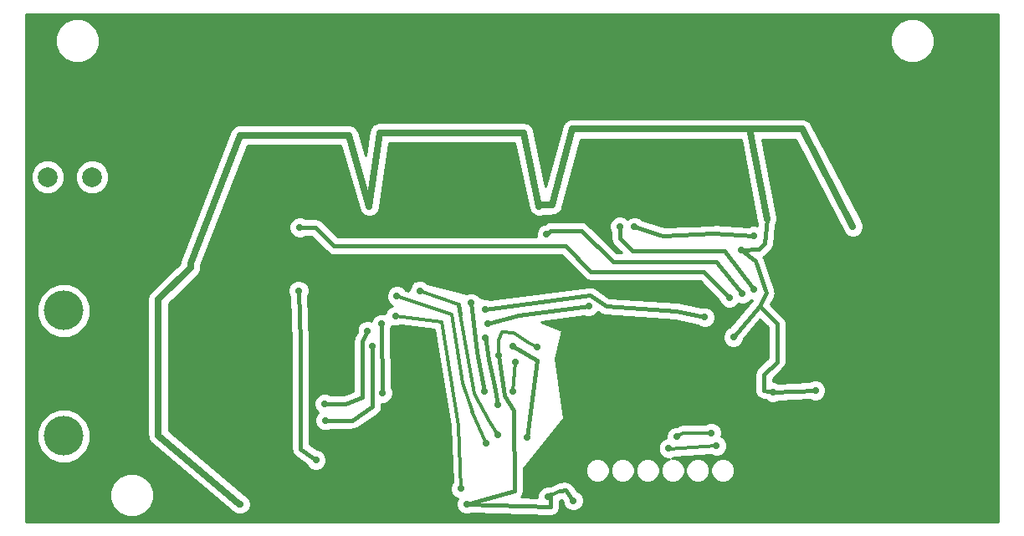
<source format=gbl>
G04 (created by PCBNEW (2013-07-07 BZR 4022)-stable) date 8/5/2014 5:00:46 PM*
%MOIN*%
G04 Gerber Fmt 3.4, Leading zero omitted, Abs format*
%FSLAX34Y34*%
G01*
G70*
G90*
G04 APERTURE LIST*
%ADD10C,0.00590551*%
%ADD11C,0.0787*%
%ADD12C,0.023622*%
%ADD13R,0.0984X0.0984*%
%ADD14C,0.15748*%
%ADD15C,0.0275591*%
%ADD16C,0.0137795*%
%ADD17C,0.015748*%
%ADD18C,0.00984252*%
%ADD19C,0.0275591*%
%ADD20C,0.019685*%
%ADD21C,0.011811*%
%ADD22C,0.01*%
G04 APERTURE END LIST*
G54D10*
G54D11*
X36811Y-28070D03*
X35039Y-28070D03*
G54D12*
X50003Y-35208D03*
X49703Y-34908D03*
X49703Y-35508D03*
X50303Y-34908D03*
X50303Y-35508D03*
G54D13*
X50003Y-35208D03*
G54D14*
X35681Y-38389D03*
X35681Y-33389D03*
G54D15*
X55984Y-40964D03*
X63937Y-36653D03*
X54527Y-34842D03*
X65629Y-36574D03*
X67125Y-30039D03*
X42677Y-41102D03*
X54685Y-29173D03*
X47854Y-29232D03*
X40728Y-31673D03*
X53011Y-35177D03*
X51732Y-41102D03*
X54980Y-40807D03*
X62362Y-34448D03*
X62677Y-30984D03*
X48334Y-33925D03*
X48385Y-36673D03*
X52480Y-33346D03*
X61220Y-33661D03*
X52578Y-33917D03*
X56594Y-33228D03*
X52440Y-36614D03*
X51909Y-33090D03*
X53562Y-34822D03*
X54133Y-38444D03*
X59133Y-41259D03*
X53267Y-32519D03*
X62933Y-36692D03*
X60393Y-32322D03*
X63070Y-34527D03*
X65078Y-41003D03*
X65354Y-35826D03*
X65275Y-30275D03*
X52677Y-29665D03*
X46889Y-29901D03*
X58326Y-38011D03*
X59734Y-28887D03*
X51968Y-41732D03*
X50196Y-40413D03*
X46082Y-33700D03*
X44901Y-39448D03*
X39133Y-31850D03*
X48228Y-31850D03*
X46889Y-36141D03*
X52992Y-37145D03*
X52460Y-34468D03*
X51515Y-40492D03*
X48897Y-33602D03*
X53582Y-36614D03*
X53681Y-35433D03*
X52519Y-38681D03*
X48956Y-32814D03*
X45728Y-39350D03*
X45039Y-32598D03*
X52992Y-38346D03*
X49881Y-32598D03*
X57834Y-30039D03*
X63188Y-32559D03*
X54921Y-30354D03*
X62716Y-32716D03*
X45078Y-30078D03*
X62204Y-32874D03*
X60098Y-38425D03*
X61476Y-38267D03*
X61692Y-38779D03*
X59783Y-38877D03*
X63169Y-30413D03*
X58425Y-30059D03*
X47783Y-34196D03*
X46074Y-37110D03*
X47984Y-34826D03*
X46114Y-37771D03*
G54D16*
X55472Y-40570D02*
X54980Y-40807D01*
G54D17*
X55669Y-40551D02*
X55472Y-40570D01*
X55984Y-40964D02*
X55669Y-40551D01*
G54D16*
X53011Y-35177D02*
X53011Y-34586D01*
X54212Y-34665D02*
X54527Y-34842D01*
X53897Y-34468D02*
X54212Y-34665D01*
X53602Y-34271D02*
X53897Y-34468D01*
X53149Y-34251D02*
X53602Y-34271D01*
X53011Y-34586D02*
X53149Y-34251D01*
G54D17*
X63582Y-36574D02*
X63582Y-35944D01*
G54D18*
X63396Y-33200D02*
X63396Y-33200D01*
G54D17*
X64094Y-33897D02*
X63396Y-33200D01*
X64094Y-35433D02*
X64094Y-33897D01*
X63582Y-35944D02*
X64094Y-35433D01*
X63582Y-36574D02*
X63937Y-36653D01*
X63937Y-36653D02*
X65629Y-36574D01*
G54D19*
X65098Y-26161D02*
X63011Y-26161D01*
X67125Y-30039D02*
X65098Y-26161D01*
G54D17*
X62677Y-30984D02*
X63385Y-30944D01*
X63385Y-30944D02*
X63602Y-30728D01*
G54D19*
X55137Y-29173D02*
X54685Y-29173D01*
G54D17*
X63700Y-29744D02*
X63602Y-30728D01*
G54D19*
X63011Y-26161D02*
X63700Y-29744D01*
X55944Y-26161D02*
X63011Y-26161D01*
X55137Y-29173D02*
X55944Y-26161D01*
G54D17*
X54980Y-40807D02*
X55078Y-40728D01*
X55078Y-40728D02*
X55078Y-41220D01*
X55078Y-41220D02*
X51732Y-41102D01*
G54D19*
X42716Y-41102D02*
X42677Y-41102D01*
X47854Y-29232D02*
X48267Y-26299D01*
X54625Y-29232D02*
X54685Y-29173D01*
X53996Y-26299D02*
X54625Y-29232D01*
X48267Y-26299D02*
X53996Y-26299D01*
X40728Y-31673D02*
X40728Y-31496D01*
X42716Y-26397D02*
X47027Y-26397D01*
X47027Y-26397D02*
X47854Y-29232D01*
X40728Y-31496D02*
X42716Y-26397D01*
X39448Y-38366D02*
X42677Y-41102D01*
X39448Y-32952D02*
X39448Y-38366D01*
X40728Y-31673D02*
X39448Y-32952D01*
G54D17*
X53641Y-40570D02*
X51732Y-41102D01*
X53601Y-37381D02*
X53641Y-40570D01*
X53228Y-36771D02*
X53601Y-37381D01*
X53110Y-35885D02*
X53228Y-36771D01*
X53011Y-35177D02*
X53110Y-35885D01*
X63396Y-33200D02*
X62362Y-34448D01*
X62677Y-30984D02*
X63228Y-31417D01*
X63672Y-32666D02*
X63396Y-33200D01*
X63672Y-32666D02*
X63228Y-31417D01*
X48334Y-33925D02*
X48385Y-36673D01*
X61220Y-33661D02*
X60078Y-33405D01*
X60078Y-33405D02*
X57303Y-33228D01*
X57303Y-33228D02*
X56653Y-32795D01*
X56653Y-32795D02*
X52480Y-33346D01*
X53818Y-33582D02*
X56594Y-33228D01*
X52578Y-33917D02*
X53818Y-33582D01*
X52440Y-36614D02*
X52129Y-35043D01*
X52129Y-35043D02*
X51909Y-33090D01*
X54133Y-38444D02*
X54527Y-35393D01*
X54527Y-35393D02*
X53562Y-34822D01*
G54D18*
X53267Y-32519D02*
X53267Y-32539D01*
G54D17*
X52657Y-29685D02*
X52677Y-29665D01*
X47106Y-29685D02*
X52657Y-29685D01*
X46889Y-29901D02*
X47106Y-29685D01*
G54D18*
X58326Y-38011D02*
X58326Y-38001D01*
G54D19*
X51968Y-41712D02*
X51968Y-41732D01*
G54D20*
X48228Y-31850D02*
X48228Y-31811D01*
G54D19*
X46889Y-36141D02*
X46889Y-36153D01*
G54D17*
X52460Y-34468D02*
X52464Y-34423D01*
X52464Y-34423D02*
X52598Y-35334D01*
X52598Y-35334D02*
X52854Y-36377D01*
X52854Y-36377D02*
X52992Y-37145D01*
G54D21*
X51515Y-40492D02*
X51421Y-37964D01*
X51421Y-37964D02*
X50748Y-33838D01*
X50748Y-33838D02*
X48897Y-33602D01*
X53582Y-36614D02*
X53681Y-35433D01*
X52519Y-38681D02*
X51948Y-37421D01*
X51968Y-37440D02*
X51562Y-36283D01*
X51141Y-33562D02*
X48956Y-32814D01*
X51562Y-36283D02*
X51141Y-33562D01*
G54D18*
X45728Y-39350D02*
X45685Y-39307D01*
G54D17*
X45122Y-38917D02*
X45122Y-34657D01*
X45685Y-39307D02*
X45122Y-38917D01*
X45122Y-34657D02*
X45039Y-32598D01*
G54D21*
X52992Y-38346D02*
X52637Y-37814D01*
X52637Y-37814D02*
X52043Y-36696D01*
X52043Y-36696D02*
X51484Y-33551D01*
X51419Y-33162D02*
X49881Y-32598D01*
G54D17*
X51484Y-33551D02*
X51419Y-33162D01*
X57834Y-30511D02*
X57834Y-30039D01*
X58346Y-31023D02*
X57834Y-30511D01*
X62007Y-31023D02*
X58346Y-31023D01*
X63188Y-32559D02*
X62007Y-31023D01*
X55078Y-30196D02*
X54921Y-30354D01*
X56299Y-30196D02*
X55078Y-30196D01*
X57559Y-31456D02*
X56299Y-30196D01*
X61692Y-31456D02*
X57559Y-31456D01*
X62716Y-32716D02*
X61692Y-31456D01*
X45708Y-30078D02*
X45078Y-30078D01*
X46456Y-30826D02*
X45708Y-30078D01*
X55669Y-30826D02*
X46456Y-30826D01*
X56692Y-31850D02*
X55669Y-30826D01*
X61181Y-31850D02*
X56692Y-31850D01*
X62204Y-32874D02*
X61181Y-31850D01*
G54D16*
X60098Y-38425D02*
X60334Y-38267D01*
X60334Y-38267D02*
X61476Y-38267D01*
X59803Y-38897D02*
X61692Y-38779D01*
G54D18*
X59783Y-38877D02*
X59803Y-38897D01*
G54D17*
X58425Y-30059D02*
X59547Y-30406D01*
X61555Y-30327D02*
X63169Y-30413D01*
X59547Y-30406D02*
X61555Y-30327D01*
G54D18*
X58425Y-30059D02*
X58425Y-30039D01*
G54D17*
X46905Y-37110D02*
X46074Y-37110D01*
X47586Y-36850D02*
X46905Y-37110D01*
X47586Y-34598D02*
X47586Y-36850D01*
X47783Y-34196D02*
X47586Y-34598D01*
X47173Y-37771D02*
X46114Y-37771D01*
X47988Y-37228D02*
X47173Y-37771D01*
X47968Y-34842D02*
X47988Y-37228D01*
G54D18*
X47984Y-34826D02*
X47968Y-34842D01*
G54D10*
G36*
X72922Y-41820D02*
X70365Y-41820D01*
X70365Y-22464D01*
X70231Y-22141D01*
X69985Y-21894D01*
X69663Y-21761D01*
X69314Y-21760D01*
X68992Y-21894D01*
X68745Y-22140D01*
X68611Y-22462D01*
X68611Y-22811D01*
X68744Y-23133D01*
X68990Y-23380D01*
X69313Y-23514D01*
X69661Y-23514D01*
X69984Y-23381D01*
X70231Y-23135D01*
X70364Y-22812D01*
X70365Y-22464D01*
X70365Y-41820D01*
X67550Y-41820D01*
X67550Y-29955D01*
X67485Y-29799D01*
X67471Y-29785D01*
X65474Y-25964D01*
X65433Y-25914D01*
X65398Y-25861D01*
X65382Y-25850D01*
X65370Y-25836D01*
X65314Y-25805D01*
X65260Y-25769D01*
X65241Y-25765D01*
X65225Y-25756D01*
X65161Y-25749D01*
X65098Y-25737D01*
X63011Y-25737D01*
X55944Y-25737D01*
X55917Y-25742D01*
X55889Y-25741D01*
X55836Y-25758D01*
X55782Y-25769D01*
X55759Y-25785D01*
X55732Y-25794D01*
X55690Y-25831D01*
X55645Y-25861D01*
X55629Y-25884D01*
X55608Y-25903D01*
X55583Y-25953D01*
X55553Y-25999D01*
X55547Y-26026D01*
X55535Y-26051D01*
X54891Y-28453D01*
X54410Y-26210D01*
X54395Y-26174D01*
X54387Y-26136D01*
X54362Y-26099D01*
X54345Y-26058D01*
X54317Y-26031D01*
X54295Y-25999D01*
X54258Y-25974D01*
X54226Y-25943D01*
X54190Y-25928D01*
X54158Y-25907D01*
X54114Y-25898D01*
X54072Y-25882D01*
X54033Y-25882D01*
X53996Y-25875D01*
X48267Y-25875D01*
X48216Y-25885D01*
X48160Y-25888D01*
X48132Y-25902D01*
X48105Y-25907D01*
X48064Y-25934D01*
X48011Y-25960D01*
X47989Y-25984D01*
X47967Y-25999D01*
X47941Y-26038D01*
X47901Y-26083D01*
X47890Y-26115D01*
X47875Y-26136D01*
X47867Y-26181D01*
X47846Y-26240D01*
X47709Y-27218D01*
X47434Y-26278D01*
X47423Y-26258D01*
X47419Y-26235D01*
X47385Y-26185D01*
X47358Y-26131D01*
X47340Y-26117D01*
X47327Y-26097D01*
X47277Y-26064D01*
X47231Y-26025D01*
X47209Y-26018D01*
X47189Y-26005D01*
X47130Y-25994D01*
X47073Y-25976D01*
X47050Y-25978D01*
X47027Y-25973D01*
X42716Y-25973D01*
X42712Y-25974D01*
X42707Y-25973D01*
X42621Y-25992D01*
X42554Y-26005D01*
X42550Y-26008D01*
X42545Y-26009D01*
X42469Y-26062D01*
X42416Y-26097D01*
X42414Y-26100D01*
X42410Y-26104D01*
X42358Y-26184D01*
X42324Y-26235D01*
X42324Y-26238D01*
X42321Y-26243D01*
X40333Y-31342D01*
X40319Y-31419D01*
X40304Y-31496D01*
X40304Y-31497D01*
X39148Y-32652D01*
X39057Y-32790D01*
X39024Y-32952D01*
X39024Y-38366D01*
X39028Y-38383D01*
X39026Y-38400D01*
X39044Y-38464D01*
X39057Y-38528D01*
X39066Y-38543D01*
X39071Y-38559D01*
X39112Y-38611D01*
X39148Y-38665D01*
X39163Y-38675D01*
X39174Y-38689D01*
X42400Y-41424D01*
X42436Y-41461D01*
X42514Y-41494D01*
X42592Y-41526D01*
X42677Y-41526D01*
X42761Y-41526D01*
X42802Y-41509D01*
X42878Y-41494D01*
X43016Y-41402D01*
X43108Y-41264D01*
X43140Y-41102D01*
X43108Y-40940D01*
X43016Y-40802D01*
X42878Y-40710D01*
X42865Y-40708D01*
X39872Y-38169D01*
X39872Y-33128D01*
X41027Y-31973D01*
X41028Y-31973D01*
X41087Y-31913D01*
X41120Y-31835D01*
X41152Y-31757D01*
X41152Y-31673D01*
X41152Y-31589D01*
X41152Y-31589D01*
X41152Y-31575D01*
X43005Y-26821D01*
X46709Y-26821D01*
X47430Y-29285D01*
X47430Y-29316D01*
X47494Y-29472D01*
X47613Y-29591D01*
X47769Y-29656D01*
X47938Y-29656D01*
X48094Y-29591D01*
X48213Y-29472D01*
X48278Y-29316D01*
X48278Y-29262D01*
X48635Y-26723D01*
X53653Y-26723D01*
X54210Y-29321D01*
X54227Y-29361D01*
X54234Y-29394D01*
X54255Y-29426D01*
X54275Y-29473D01*
X54307Y-29503D01*
X54326Y-29532D01*
X54359Y-29554D01*
X54394Y-29588D01*
X54434Y-29604D01*
X54463Y-29624D01*
X54504Y-29632D01*
X54548Y-29649D01*
X54589Y-29648D01*
X54625Y-29656D01*
X54668Y-29647D01*
X54713Y-29647D01*
X54749Y-29631D01*
X54788Y-29624D01*
X54826Y-29598D01*
X54829Y-29597D01*
X55137Y-29597D01*
X55165Y-29591D01*
X55193Y-29593D01*
X55245Y-29575D01*
X55300Y-29564D01*
X55323Y-29549D01*
X55349Y-29540D01*
X55391Y-29503D01*
X55437Y-29473D01*
X55453Y-29449D01*
X55474Y-29431D01*
X55498Y-29381D01*
X55529Y-29335D01*
X55534Y-29308D01*
X55547Y-29282D01*
X56270Y-26585D01*
X62661Y-26585D01*
X63285Y-29824D01*
X63317Y-29904D01*
X63307Y-30011D01*
X63254Y-29989D01*
X63085Y-29989D01*
X62966Y-30038D01*
X61575Y-29962D01*
X61553Y-29966D01*
X61541Y-29964D01*
X59594Y-30039D01*
X58740Y-29774D01*
X58665Y-29699D01*
X58509Y-29635D01*
X58341Y-29634D01*
X58185Y-29699D01*
X58139Y-29744D01*
X58075Y-29680D01*
X57919Y-29615D01*
X57750Y-29615D01*
X57594Y-29679D01*
X57475Y-29798D01*
X57410Y-29954D01*
X57410Y-30123D01*
X57469Y-30266D01*
X57469Y-30511D01*
X57497Y-30651D01*
X57576Y-30769D01*
X57898Y-31091D01*
X57710Y-31091D01*
X56557Y-29938D01*
X56438Y-29859D01*
X56299Y-29831D01*
X55078Y-29831D01*
X54939Y-29859D01*
X54827Y-29934D01*
X54681Y-29994D01*
X54562Y-30113D01*
X54497Y-30269D01*
X54497Y-30438D01*
X54506Y-30461D01*
X46607Y-30461D01*
X45966Y-29820D01*
X45848Y-29741D01*
X45708Y-29713D01*
X45305Y-29713D01*
X45163Y-29654D01*
X44994Y-29654D01*
X44838Y-29719D01*
X44719Y-29838D01*
X44654Y-29994D01*
X44654Y-30162D01*
X44719Y-30318D01*
X44838Y-30437D01*
X44994Y-30502D01*
X45162Y-30502D01*
X45305Y-30443D01*
X45557Y-30443D01*
X46198Y-31084D01*
X46198Y-31084D01*
X46317Y-31163D01*
X46456Y-31191D01*
X46456Y-31191D01*
X55518Y-31191D01*
X56434Y-32108D01*
X56553Y-32187D01*
X56553Y-32187D01*
X56692Y-32215D01*
X61029Y-32215D01*
X61786Y-32971D01*
X61845Y-33113D01*
X61964Y-33233D01*
X62120Y-33297D01*
X62288Y-33298D01*
X62444Y-33233D01*
X62563Y-33114D01*
X62564Y-33112D01*
X62631Y-33140D01*
X62800Y-33140D01*
X62956Y-33076D01*
X63065Y-32967D01*
X63099Y-32980D01*
X63093Y-32992D01*
X62219Y-34049D01*
X62122Y-34089D01*
X62002Y-34208D01*
X61938Y-34364D01*
X61938Y-34532D01*
X62002Y-34688D01*
X62121Y-34808D01*
X62277Y-34872D01*
X62446Y-34872D01*
X62602Y-34808D01*
X62721Y-34689D01*
X62786Y-34533D01*
X62786Y-34508D01*
X63421Y-33740D01*
X63729Y-34048D01*
X63729Y-35281D01*
X63324Y-35686D01*
X63245Y-35805D01*
X63217Y-35944D01*
X63217Y-36574D01*
X63223Y-36606D01*
X63223Y-36638D01*
X63237Y-36675D01*
X63245Y-36714D01*
X63263Y-36741D01*
X63274Y-36770D01*
X63302Y-36799D01*
X63324Y-36832D01*
X63351Y-36850D01*
X63373Y-36873D01*
X63409Y-36889D01*
X63443Y-36911D01*
X63474Y-36918D01*
X63503Y-36931D01*
X63646Y-36962D01*
X63696Y-37012D01*
X63852Y-37077D01*
X64020Y-37077D01*
X64176Y-37013D01*
X64182Y-37007D01*
X65424Y-36948D01*
X65545Y-36998D01*
X65713Y-36998D01*
X65869Y-36934D01*
X65989Y-36815D01*
X66053Y-36659D01*
X66054Y-36490D01*
X65989Y-36334D01*
X65870Y-36215D01*
X65714Y-36150D01*
X65545Y-36150D01*
X65390Y-36215D01*
X65385Y-36219D01*
X64139Y-36278D01*
X64021Y-36229D01*
X63947Y-36229D01*
X63947Y-36096D01*
X64352Y-35691D01*
X64431Y-35572D01*
X64431Y-35572D01*
X64459Y-35433D01*
X64459Y-33897D01*
X64459Y-33897D01*
X64431Y-33757D01*
X64352Y-33639D01*
X64352Y-33639D01*
X63843Y-33130D01*
X63996Y-32833D01*
X63998Y-32828D01*
X64002Y-32822D01*
X64021Y-32746D01*
X64036Y-32696D01*
X64035Y-32691D01*
X64037Y-32684D01*
X64025Y-32605D01*
X64020Y-32555D01*
X64017Y-32550D01*
X64016Y-32543D01*
X63572Y-31294D01*
X63555Y-31266D01*
X63554Y-31265D01*
X63589Y-31239D01*
X63643Y-31202D01*
X63860Y-30986D01*
X63890Y-30942D01*
X63924Y-30900D01*
X63929Y-30883D01*
X63939Y-30868D01*
X63949Y-30815D01*
X63965Y-30764D01*
X64042Y-29991D01*
X64052Y-29981D01*
X64117Y-29829D01*
X64118Y-29663D01*
X63525Y-26585D01*
X64841Y-26585D01*
X66742Y-30220D01*
X66766Y-30279D01*
X66885Y-30398D01*
X67041Y-30463D01*
X67209Y-30463D01*
X67365Y-30399D01*
X67485Y-30279D01*
X67549Y-30124D01*
X67550Y-29955D01*
X67550Y-41820D01*
X62423Y-41820D01*
X62423Y-39668D01*
X62350Y-39490D01*
X62214Y-39354D01*
X62117Y-39313D01*
X62117Y-38695D01*
X62052Y-38539D01*
X61933Y-38420D01*
X61881Y-38398D01*
X61900Y-38352D01*
X61900Y-38183D01*
X61836Y-38027D01*
X61716Y-37908D01*
X61644Y-37878D01*
X61644Y-33577D01*
X61580Y-33421D01*
X61460Y-33302D01*
X61305Y-33237D01*
X61136Y-33237D01*
X61088Y-33257D01*
X60158Y-33049D01*
X60120Y-33048D01*
X60102Y-33043D01*
X57424Y-32870D01*
X56856Y-32491D01*
X56780Y-32460D01*
X56748Y-32444D01*
X56740Y-32443D01*
X56724Y-32437D01*
X56639Y-32437D01*
X56606Y-32435D01*
X56589Y-32437D01*
X56582Y-32437D01*
X56578Y-32438D01*
X52646Y-32956D01*
X52565Y-32922D01*
X52476Y-32922D01*
X52338Y-32865D01*
X52265Y-32846D01*
X52149Y-32731D01*
X51994Y-32666D01*
X51825Y-32666D01*
X51727Y-32706D01*
X50189Y-32306D01*
X50122Y-32239D01*
X49966Y-32174D01*
X49797Y-32174D01*
X49691Y-32218D01*
X49595Y-32211D01*
X49528Y-32352D01*
X49522Y-32357D01*
X49503Y-32403D01*
X49407Y-32604D01*
X49313Y-32572D01*
X49197Y-32455D01*
X49041Y-32391D01*
X48872Y-32390D01*
X48716Y-32455D01*
X48597Y-32574D01*
X48532Y-32730D01*
X48532Y-32898D01*
X48597Y-33054D01*
X48716Y-33174D01*
X48769Y-33196D01*
X48657Y-33242D01*
X48538Y-33361D01*
X48473Y-33517D01*
X48473Y-33523D01*
X48419Y-33501D01*
X48250Y-33501D01*
X48094Y-33565D01*
X47975Y-33684D01*
X47928Y-33797D01*
X47868Y-33772D01*
X47699Y-33772D01*
X47543Y-33837D01*
X47424Y-33956D01*
X47359Y-34112D01*
X47359Y-34232D01*
X47258Y-34437D01*
X47255Y-34449D01*
X47249Y-34458D01*
X47237Y-34517D01*
X47222Y-34575D01*
X47223Y-34587D01*
X47221Y-34598D01*
X47221Y-36598D01*
X46838Y-36745D01*
X46301Y-36745D01*
X46159Y-36686D01*
X45990Y-36686D01*
X45834Y-36750D01*
X45715Y-36869D01*
X45650Y-37025D01*
X45650Y-37194D01*
X45715Y-37350D01*
X45825Y-37460D01*
X45754Y-37531D01*
X45690Y-37686D01*
X45690Y-37855D01*
X45754Y-38011D01*
X45873Y-38130D01*
X46029Y-38195D01*
X46198Y-38195D01*
X46341Y-38136D01*
X47173Y-38136D01*
X47208Y-38129D01*
X47244Y-38129D01*
X47277Y-38115D01*
X47312Y-38108D01*
X47342Y-38088D01*
X47375Y-38075D01*
X48190Y-37531D01*
X48214Y-37508D01*
X48249Y-37484D01*
X48270Y-37451D01*
X48291Y-37431D01*
X48303Y-37401D01*
X48327Y-37365D01*
X48335Y-37325D01*
X48345Y-37299D01*
X48346Y-37268D01*
X48354Y-37225D01*
X48353Y-37097D01*
X48469Y-37097D01*
X48625Y-37032D01*
X48745Y-36913D01*
X48809Y-36757D01*
X48809Y-36589D01*
X48747Y-36439D01*
X48703Y-34141D01*
X48758Y-34009D01*
X48758Y-34003D01*
X48812Y-34026D01*
X48981Y-34026D01*
X49102Y-33976D01*
X50449Y-34149D01*
X51076Y-37979D01*
X51159Y-40248D01*
X51156Y-40251D01*
X51091Y-40407D01*
X51091Y-40576D01*
X51156Y-40731D01*
X51275Y-40851D01*
X51362Y-40887D01*
X51308Y-41017D01*
X51308Y-41186D01*
X51372Y-41342D01*
X51491Y-41461D01*
X51647Y-41526D01*
X51816Y-41526D01*
X51941Y-41474D01*
X55066Y-41583D01*
X55068Y-41583D01*
X55078Y-41585D01*
X55176Y-41565D01*
X55206Y-41561D01*
X55209Y-41559D01*
X55218Y-41557D01*
X55297Y-41505D01*
X55327Y-41486D01*
X55329Y-41483D01*
X55336Y-41478D01*
X55383Y-41408D01*
X55410Y-41370D01*
X55411Y-41366D01*
X55415Y-41360D01*
X55429Y-41289D01*
X55443Y-41231D01*
X55442Y-41226D01*
X55443Y-41220D01*
X55443Y-40978D01*
X55511Y-40946D01*
X55560Y-41010D01*
X55560Y-41048D01*
X55624Y-41204D01*
X55743Y-41323D01*
X55899Y-41388D01*
X56068Y-41388D01*
X56224Y-41324D01*
X56343Y-41205D01*
X56408Y-41049D01*
X56408Y-40880D01*
X56343Y-40724D01*
X56224Y-40605D01*
X56143Y-40571D01*
X55959Y-40330D01*
X55927Y-40301D01*
X55900Y-40268D01*
X55874Y-40255D01*
X55852Y-40235D01*
X55812Y-40221D01*
X55774Y-40201D01*
X55745Y-40199D01*
X55718Y-40189D01*
X55675Y-40192D01*
X55633Y-40188D01*
X55436Y-40207D01*
X55299Y-40249D01*
X55268Y-40275D01*
X55082Y-40364D01*
X55078Y-40363D01*
X55028Y-40373D01*
X54976Y-40377D01*
X54966Y-40383D01*
X54896Y-40382D01*
X54740Y-40447D01*
X54621Y-40566D01*
X54556Y-40722D01*
X54556Y-40835D01*
X53909Y-40813D01*
X53929Y-40783D01*
X53959Y-40748D01*
X53966Y-40726D01*
X53979Y-40706D01*
X53987Y-40661D01*
X54003Y-40613D01*
X54001Y-40587D01*
X54005Y-40566D01*
X53994Y-39674D01*
X55623Y-37691D01*
X55287Y-35297D01*
X55550Y-34182D01*
X54707Y-33836D01*
X56424Y-33616D01*
X56509Y-33652D01*
X56678Y-33652D01*
X56834Y-33588D01*
X56953Y-33468D01*
X56965Y-33441D01*
X57100Y-33532D01*
X57123Y-33541D01*
X57142Y-33555D01*
X57187Y-33567D01*
X57232Y-33586D01*
X57256Y-33586D01*
X57279Y-33592D01*
X60041Y-33771D01*
X60928Y-33969D01*
X60979Y-34020D01*
X61135Y-34085D01*
X61304Y-34085D01*
X61460Y-34021D01*
X61579Y-33901D01*
X61644Y-33746D01*
X61644Y-33577D01*
X61644Y-37878D01*
X61561Y-37843D01*
X61392Y-37843D01*
X61236Y-37908D01*
X61231Y-37912D01*
X60334Y-37912D01*
X60300Y-37919D01*
X60265Y-37919D01*
X60232Y-37932D01*
X60198Y-37939D01*
X60169Y-37958D01*
X60137Y-37972D01*
X60094Y-38001D01*
X60014Y-38001D01*
X59858Y-38065D01*
X59739Y-38184D01*
X59674Y-38340D01*
X59674Y-38464D01*
X59543Y-38518D01*
X59424Y-38637D01*
X59359Y-38793D01*
X59359Y-38961D01*
X59423Y-39117D01*
X59542Y-39237D01*
X59698Y-39301D01*
X59797Y-39301D01*
X59671Y-39354D01*
X59535Y-39489D01*
X59461Y-39667D01*
X59461Y-39859D01*
X59535Y-40037D01*
X59670Y-40173D01*
X59848Y-40246D01*
X60040Y-40246D01*
X60218Y-40173D01*
X60354Y-40037D01*
X60427Y-39860D01*
X60427Y-39668D01*
X60354Y-39490D01*
X60218Y-39354D01*
X60041Y-39280D01*
X59919Y-39280D01*
X60017Y-39239D01*
X61475Y-39148D01*
X61608Y-39203D01*
X61776Y-39203D01*
X61932Y-39139D01*
X62052Y-39020D01*
X62116Y-38864D01*
X62117Y-38695D01*
X62117Y-39313D01*
X62037Y-39280D01*
X61845Y-39280D01*
X61667Y-39354D01*
X61531Y-39489D01*
X61457Y-39667D01*
X61457Y-39859D01*
X61531Y-40037D01*
X61666Y-40173D01*
X61844Y-40246D01*
X62036Y-40246D01*
X62214Y-40173D01*
X62350Y-40037D01*
X62423Y-39860D01*
X62423Y-39668D01*
X62423Y-41820D01*
X61423Y-41820D01*
X61423Y-39668D01*
X61350Y-39490D01*
X61214Y-39354D01*
X61037Y-39280D01*
X60845Y-39280D01*
X60667Y-39354D01*
X60531Y-39489D01*
X60457Y-39667D01*
X60457Y-39859D01*
X60531Y-40037D01*
X60666Y-40173D01*
X60844Y-40246D01*
X61036Y-40246D01*
X61214Y-40173D01*
X61350Y-40037D01*
X61423Y-39860D01*
X61423Y-39668D01*
X61423Y-41820D01*
X59427Y-41820D01*
X59427Y-39668D01*
X59354Y-39490D01*
X59218Y-39354D01*
X59041Y-39280D01*
X58849Y-39280D01*
X58671Y-39354D01*
X58535Y-39489D01*
X58461Y-39667D01*
X58461Y-39859D01*
X58535Y-40037D01*
X58670Y-40173D01*
X58848Y-40246D01*
X59040Y-40246D01*
X59218Y-40173D01*
X59354Y-40037D01*
X59427Y-39860D01*
X59427Y-39668D01*
X59427Y-41820D01*
X58431Y-41820D01*
X58431Y-39668D01*
X58358Y-39490D01*
X58222Y-39354D01*
X58045Y-39280D01*
X57853Y-39280D01*
X57675Y-39354D01*
X57539Y-39489D01*
X57465Y-39667D01*
X57465Y-39859D01*
X57539Y-40037D01*
X57674Y-40173D01*
X57852Y-40246D01*
X58044Y-40246D01*
X58222Y-40173D01*
X58358Y-40037D01*
X58431Y-39860D01*
X58431Y-39668D01*
X58431Y-41820D01*
X57431Y-41820D01*
X57431Y-39668D01*
X57358Y-39490D01*
X57222Y-39354D01*
X57045Y-39280D01*
X56853Y-39280D01*
X56675Y-39354D01*
X56539Y-39489D01*
X56465Y-39667D01*
X56465Y-39859D01*
X56539Y-40037D01*
X56674Y-40173D01*
X56852Y-40246D01*
X57044Y-40246D01*
X57222Y-40173D01*
X57358Y-40037D01*
X57431Y-39860D01*
X57431Y-39668D01*
X57431Y-41820D01*
X46152Y-41820D01*
X46152Y-39266D01*
X46088Y-39110D01*
X45968Y-38991D01*
X45813Y-38926D01*
X45776Y-38926D01*
X45487Y-38726D01*
X45487Y-34657D01*
X45485Y-34650D01*
X45486Y-34642D01*
X45412Y-32804D01*
X45463Y-32683D01*
X45463Y-32514D01*
X45399Y-32358D01*
X45279Y-32239D01*
X45124Y-32174D01*
X44955Y-32174D01*
X44799Y-32238D01*
X44680Y-32357D01*
X44615Y-32513D01*
X44615Y-32682D01*
X44679Y-32838D01*
X44683Y-32842D01*
X44757Y-34664D01*
X44757Y-38917D01*
X44763Y-38949D01*
X44762Y-38982D01*
X44777Y-39018D01*
X44784Y-39056D01*
X44803Y-39084D01*
X44815Y-39115D01*
X44842Y-39143D01*
X44863Y-39175D01*
X44891Y-39193D01*
X44914Y-39217D01*
X45334Y-39508D01*
X45368Y-39590D01*
X45487Y-39709D01*
X45643Y-39774D01*
X45812Y-39774D01*
X45968Y-39710D01*
X46087Y-39590D01*
X46152Y-39435D01*
X46152Y-39266D01*
X46152Y-41820D01*
X39262Y-41820D01*
X39262Y-40574D01*
X39129Y-40252D01*
X38883Y-40005D01*
X38560Y-39871D01*
X38212Y-39871D01*
X37889Y-40004D01*
X37642Y-40250D01*
X37509Y-40572D01*
X37508Y-40921D01*
X37642Y-41244D01*
X37888Y-41490D01*
X38210Y-41624D01*
X38559Y-41624D01*
X38881Y-41491D01*
X39128Y-41245D01*
X39262Y-40923D01*
X39262Y-40574D01*
X39262Y-41820D01*
X37491Y-41820D01*
X37491Y-27936D01*
X37387Y-27686D01*
X37196Y-27494D01*
X37097Y-27453D01*
X37097Y-22464D01*
X36964Y-22141D01*
X36717Y-21894D01*
X36395Y-21761D01*
X36046Y-21760D01*
X35724Y-21894D01*
X35477Y-22140D01*
X35343Y-22462D01*
X35343Y-22811D01*
X35476Y-23133D01*
X35723Y-23380D01*
X36045Y-23514D01*
X36394Y-23514D01*
X36716Y-23381D01*
X36963Y-23135D01*
X37097Y-22812D01*
X37097Y-22464D01*
X37097Y-27453D01*
X36947Y-27391D01*
X36676Y-27391D01*
X36426Y-27494D01*
X36235Y-27685D01*
X36131Y-27935D01*
X36131Y-28205D01*
X36234Y-28455D01*
X36425Y-28646D01*
X36675Y-28750D01*
X36945Y-28750D01*
X37195Y-28647D01*
X37387Y-28456D01*
X37490Y-28206D01*
X37491Y-27936D01*
X37491Y-41820D01*
X36754Y-41820D01*
X36754Y-38177D01*
X36754Y-33177D01*
X36591Y-32782D01*
X36290Y-32480D01*
X35895Y-32316D01*
X35719Y-32316D01*
X35719Y-27936D01*
X35615Y-27686D01*
X35424Y-27494D01*
X35175Y-27391D01*
X34904Y-27391D01*
X34654Y-27494D01*
X34463Y-27685D01*
X34359Y-27935D01*
X34359Y-28205D01*
X34462Y-28455D01*
X34653Y-28646D01*
X34903Y-28750D01*
X35173Y-28750D01*
X35423Y-28647D01*
X35615Y-28456D01*
X35718Y-28206D01*
X35719Y-27936D01*
X35719Y-32316D01*
X35468Y-32315D01*
X35073Y-32479D01*
X34771Y-32780D01*
X34607Y-33175D01*
X34607Y-33602D01*
X34770Y-33997D01*
X35072Y-34299D01*
X35466Y-34463D01*
X35893Y-34463D01*
X36288Y-34300D01*
X36590Y-33998D01*
X36754Y-33604D01*
X36754Y-33177D01*
X36754Y-38177D01*
X36591Y-37782D01*
X36290Y-37480D01*
X35895Y-37316D01*
X35468Y-37315D01*
X35073Y-37479D01*
X34771Y-37780D01*
X34607Y-38175D01*
X34607Y-38602D01*
X34770Y-38997D01*
X35072Y-39299D01*
X35466Y-39463D01*
X35893Y-39463D01*
X36288Y-39300D01*
X36590Y-38998D01*
X36754Y-38604D01*
X36754Y-38177D01*
X36754Y-41820D01*
X34164Y-41820D01*
X34164Y-21565D01*
X72922Y-21565D01*
X72922Y-41820D01*
X72922Y-41820D01*
G37*
G54D22*
X72922Y-41820D02*
X70365Y-41820D01*
X70365Y-22464D01*
X70231Y-22141D01*
X69985Y-21894D01*
X69663Y-21761D01*
X69314Y-21760D01*
X68992Y-21894D01*
X68745Y-22140D01*
X68611Y-22462D01*
X68611Y-22811D01*
X68744Y-23133D01*
X68990Y-23380D01*
X69313Y-23514D01*
X69661Y-23514D01*
X69984Y-23381D01*
X70231Y-23135D01*
X70364Y-22812D01*
X70365Y-22464D01*
X70365Y-41820D01*
X67550Y-41820D01*
X67550Y-29955D01*
X67485Y-29799D01*
X67471Y-29785D01*
X65474Y-25964D01*
X65433Y-25914D01*
X65398Y-25861D01*
X65382Y-25850D01*
X65370Y-25836D01*
X65314Y-25805D01*
X65260Y-25769D01*
X65241Y-25765D01*
X65225Y-25756D01*
X65161Y-25749D01*
X65098Y-25737D01*
X63011Y-25737D01*
X55944Y-25737D01*
X55917Y-25742D01*
X55889Y-25741D01*
X55836Y-25758D01*
X55782Y-25769D01*
X55759Y-25785D01*
X55732Y-25794D01*
X55690Y-25831D01*
X55645Y-25861D01*
X55629Y-25884D01*
X55608Y-25903D01*
X55583Y-25953D01*
X55553Y-25999D01*
X55547Y-26026D01*
X55535Y-26051D01*
X54891Y-28453D01*
X54410Y-26210D01*
X54395Y-26174D01*
X54387Y-26136D01*
X54362Y-26099D01*
X54345Y-26058D01*
X54317Y-26031D01*
X54295Y-25999D01*
X54258Y-25974D01*
X54226Y-25943D01*
X54190Y-25928D01*
X54158Y-25907D01*
X54114Y-25898D01*
X54072Y-25882D01*
X54033Y-25882D01*
X53996Y-25875D01*
X48267Y-25875D01*
X48216Y-25885D01*
X48160Y-25888D01*
X48132Y-25902D01*
X48105Y-25907D01*
X48064Y-25934D01*
X48011Y-25960D01*
X47989Y-25984D01*
X47967Y-25999D01*
X47941Y-26038D01*
X47901Y-26083D01*
X47890Y-26115D01*
X47875Y-26136D01*
X47867Y-26181D01*
X47846Y-26240D01*
X47709Y-27218D01*
X47434Y-26278D01*
X47423Y-26258D01*
X47419Y-26235D01*
X47385Y-26185D01*
X47358Y-26131D01*
X47340Y-26117D01*
X47327Y-26097D01*
X47277Y-26064D01*
X47231Y-26025D01*
X47209Y-26018D01*
X47189Y-26005D01*
X47130Y-25994D01*
X47073Y-25976D01*
X47050Y-25978D01*
X47027Y-25973D01*
X42716Y-25973D01*
X42712Y-25974D01*
X42707Y-25973D01*
X42621Y-25992D01*
X42554Y-26005D01*
X42550Y-26008D01*
X42545Y-26009D01*
X42469Y-26062D01*
X42416Y-26097D01*
X42414Y-26100D01*
X42410Y-26104D01*
X42358Y-26184D01*
X42324Y-26235D01*
X42324Y-26238D01*
X42321Y-26243D01*
X40333Y-31342D01*
X40319Y-31419D01*
X40304Y-31496D01*
X40304Y-31497D01*
X39148Y-32652D01*
X39057Y-32790D01*
X39024Y-32952D01*
X39024Y-38366D01*
X39028Y-38383D01*
X39026Y-38400D01*
X39044Y-38464D01*
X39057Y-38528D01*
X39066Y-38543D01*
X39071Y-38559D01*
X39112Y-38611D01*
X39148Y-38665D01*
X39163Y-38675D01*
X39174Y-38689D01*
X42400Y-41424D01*
X42436Y-41461D01*
X42514Y-41494D01*
X42592Y-41526D01*
X42677Y-41526D01*
X42761Y-41526D01*
X42802Y-41509D01*
X42878Y-41494D01*
X43016Y-41402D01*
X43108Y-41264D01*
X43140Y-41102D01*
X43108Y-40940D01*
X43016Y-40802D01*
X42878Y-40710D01*
X42865Y-40708D01*
X39872Y-38169D01*
X39872Y-33128D01*
X41027Y-31973D01*
X41028Y-31973D01*
X41087Y-31913D01*
X41120Y-31835D01*
X41152Y-31757D01*
X41152Y-31673D01*
X41152Y-31589D01*
X41152Y-31589D01*
X41152Y-31575D01*
X43005Y-26821D01*
X46709Y-26821D01*
X47430Y-29285D01*
X47430Y-29316D01*
X47494Y-29472D01*
X47613Y-29591D01*
X47769Y-29656D01*
X47938Y-29656D01*
X48094Y-29591D01*
X48213Y-29472D01*
X48278Y-29316D01*
X48278Y-29262D01*
X48635Y-26723D01*
X53653Y-26723D01*
X54210Y-29321D01*
X54227Y-29361D01*
X54234Y-29394D01*
X54255Y-29426D01*
X54275Y-29473D01*
X54307Y-29503D01*
X54326Y-29532D01*
X54359Y-29554D01*
X54394Y-29588D01*
X54434Y-29604D01*
X54463Y-29624D01*
X54504Y-29632D01*
X54548Y-29649D01*
X54589Y-29648D01*
X54625Y-29656D01*
X54668Y-29647D01*
X54713Y-29647D01*
X54749Y-29631D01*
X54788Y-29624D01*
X54826Y-29598D01*
X54829Y-29597D01*
X55137Y-29597D01*
X55165Y-29591D01*
X55193Y-29593D01*
X55245Y-29575D01*
X55300Y-29564D01*
X55323Y-29549D01*
X55349Y-29540D01*
X55391Y-29503D01*
X55437Y-29473D01*
X55453Y-29449D01*
X55474Y-29431D01*
X55498Y-29381D01*
X55529Y-29335D01*
X55534Y-29308D01*
X55547Y-29282D01*
X56270Y-26585D01*
X62661Y-26585D01*
X63285Y-29824D01*
X63317Y-29904D01*
X63307Y-30011D01*
X63254Y-29989D01*
X63085Y-29989D01*
X62966Y-30038D01*
X61575Y-29962D01*
X61553Y-29966D01*
X61541Y-29964D01*
X59594Y-30039D01*
X58740Y-29774D01*
X58665Y-29699D01*
X58509Y-29635D01*
X58341Y-29634D01*
X58185Y-29699D01*
X58139Y-29744D01*
X58075Y-29680D01*
X57919Y-29615D01*
X57750Y-29615D01*
X57594Y-29679D01*
X57475Y-29798D01*
X57410Y-29954D01*
X57410Y-30123D01*
X57469Y-30266D01*
X57469Y-30511D01*
X57497Y-30651D01*
X57576Y-30769D01*
X57898Y-31091D01*
X57710Y-31091D01*
X56557Y-29938D01*
X56438Y-29859D01*
X56299Y-29831D01*
X55078Y-29831D01*
X54939Y-29859D01*
X54827Y-29934D01*
X54681Y-29994D01*
X54562Y-30113D01*
X54497Y-30269D01*
X54497Y-30438D01*
X54506Y-30461D01*
X46607Y-30461D01*
X45966Y-29820D01*
X45848Y-29741D01*
X45708Y-29713D01*
X45305Y-29713D01*
X45163Y-29654D01*
X44994Y-29654D01*
X44838Y-29719D01*
X44719Y-29838D01*
X44654Y-29994D01*
X44654Y-30162D01*
X44719Y-30318D01*
X44838Y-30437D01*
X44994Y-30502D01*
X45162Y-30502D01*
X45305Y-30443D01*
X45557Y-30443D01*
X46198Y-31084D01*
X46198Y-31084D01*
X46317Y-31163D01*
X46456Y-31191D01*
X46456Y-31191D01*
X55518Y-31191D01*
X56434Y-32108D01*
X56553Y-32187D01*
X56553Y-32187D01*
X56692Y-32215D01*
X61029Y-32215D01*
X61786Y-32971D01*
X61845Y-33113D01*
X61964Y-33233D01*
X62120Y-33297D01*
X62288Y-33298D01*
X62444Y-33233D01*
X62563Y-33114D01*
X62564Y-33112D01*
X62631Y-33140D01*
X62800Y-33140D01*
X62956Y-33076D01*
X63065Y-32967D01*
X63099Y-32980D01*
X63093Y-32992D01*
X62219Y-34049D01*
X62122Y-34089D01*
X62002Y-34208D01*
X61938Y-34364D01*
X61938Y-34532D01*
X62002Y-34688D01*
X62121Y-34808D01*
X62277Y-34872D01*
X62446Y-34872D01*
X62602Y-34808D01*
X62721Y-34689D01*
X62786Y-34533D01*
X62786Y-34508D01*
X63421Y-33740D01*
X63729Y-34048D01*
X63729Y-35281D01*
X63324Y-35686D01*
X63245Y-35805D01*
X63217Y-35944D01*
X63217Y-36574D01*
X63223Y-36606D01*
X63223Y-36638D01*
X63237Y-36675D01*
X63245Y-36714D01*
X63263Y-36741D01*
X63274Y-36770D01*
X63302Y-36799D01*
X63324Y-36832D01*
X63351Y-36850D01*
X63373Y-36873D01*
X63409Y-36889D01*
X63443Y-36911D01*
X63474Y-36918D01*
X63503Y-36931D01*
X63646Y-36962D01*
X63696Y-37012D01*
X63852Y-37077D01*
X64020Y-37077D01*
X64176Y-37013D01*
X64182Y-37007D01*
X65424Y-36948D01*
X65545Y-36998D01*
X65713Y-36998D01*
X65869Y-36934D01*
X65989Y-36815D01*
X66053Y-36659D01*
X66054Y-36490D01*
X65989Y-36334D01*
X65870Y-36215D01*
X65714Y-36150D01*
X65545Y-36150D01*
X65390Y-36215D01*
X65385Y-36219D01*
X64139Y-36278D01*
X64021Y-36229D01*
X63947Y-36229D01*
X63947Y-36096D01*
X64352Y-35691D01*
X64431Y-35572D01*
X64431Y-35572D01*
X64459Y-35433D01*
X64459Y-33897D01*
X64459Y-33897D01*
X64431Y-33757D01*
X64352Y-33639D01*
X64352Y-33639D01*
X63843Y-33130D01*
X63996Y-32833D01*
X63998Y-32828D01*
X64002Y-32822D01*
X64021Y-32746D01*
X64036Y-32696D01*
X64035Y-32691D01*
X64037Y-32684D01*
X64025Y-32605D01*
X64020Y-32555D01*
X64017Y-32550D01*
X64016Y-32543D01*
X63572Y-31294D01*
X63555Y-31266D01*
X63554Y-31265D01*
X63589Y-31239D01*
X63643Y-31202D01*
X63860Y-30986D01*
X63890Y-30942D01*
X63924Y-30900D01*
X63929Y-30883D01*
X63939Y-30868D01*
X63949Y-30815D01*
X63965Y-30764D01*
X64042Y-29991D01*
X64052Y-29981D01*
X64117Y-29829D01*
X64118Y-29663D01*
X63525Y-26585D01*
X64841Y-26585D01*
X66742Y-30220D01*
X66766Y-30279D01*
X66885Y-30398D01*
X67041Y-30463D01*
X67209Y-30463D01*
X67365Y-30399D01*
X67485Y-30279D01*
X67549Y-30124D01*
X67550Y-29955D01*
X67550Y-41820D01*
X62423Y-41820D01*
X62423Y-39668D01*
X62350Y-39490D01*
X62214Y-39354D01*
X62117Y-39313D01*
X62117Y-38695D01*
X62052Y-38539D01*
X61933Y-38420D01*
X61881Y-38398D01*
X61900Y-38352D01*
X61900Y-38183D01*
X61836Y-38027D01*
X61716Y-37908D01*
X61644Y-37878D01*
X61644Y-33577D01*
X61580Y-33421D01*
X61460Y-33302D01*
X61305Y-33237D01*
X61136Y-33237D01*
X61088Y-33257D01*
X60158Y-33049D01*
X60120Y-33048D01*
X60102Y-33043D01*
X57424Y-32870D01*
X56856Y-32491D01*
X56780Y-32460D01*
X56748Y-32444D01*
X56740Y-32443D01*
X56724Y-32437D01*
X56639Y-32437D01*
X56606Y-32435D01*
X56589Y-32437D01*
X56582Y-32437D01*
X56578Y-32438D01*
X52646Y-32956D01*
X52565Y-32922D01*
X52476Y-32922D01*
X52338Y-32865D01*
X52265Y-32846D01*
X52149Y-32731D01*
X51994Y-32666D01*
X51825Y-32666D01*
X51727Y-32706D01*
X50189Y-32306D01*
X50122Y-32239D01*
X49966Y-32174D01*
X49797Y-32174D01*
X49691Y-32218D01*
X49595Y-32211D01*
X49528Y-32352D01*
X49522Y-32357D01*
X49503Y-32403D01*
X49407Y-32604D01*
X49313Y-32572D01*
X49197Y-32455D01*
X49041Y-32391D01*
X48872Y-32390D01*
X48716Y-32455D01*
X48597Y-32574D01*
X48532Y-32730D01*
X48532Y-32898D01*
X48597Y-33054D01*
X48716Y-33174D01*
X48769Y-33196D01*
X48657Y-33242D01*
X48538Y-33361D01*
X48473Y-33517D01*
X48473Y-33523D01*
X48419Y-33501D01*
X48250Y-33501D01*
X48094Y-33565D01*
X47975Y-33684D01*
X47928Y-33797D01*
X47868Y-33772D01*
X47699Y-33772D01*
X47543Y-33837D01*
X47424Y-33956D01*
X47359Y-34112D01*
X47359Y-34232D01*
X47258Y-34437D01*
X47255Y-34449D01*
X47249Y-34458D01*
X47237Y-34517D01*
X47222Y-34575D01*
X47223Y-34587D01*
X47221Y-34598D01*
X47221Y-36598D01*
X46838Y-36745D01*
X46301Y-36745D01*
X46159Y-36686D01*
X45990Y-36686D01*
X45834Y-36750D01*
X45715Y-36869D01*
X45650Y-37025D01*
X45650Y-37194D01*
X45715Y-37350D01*
X45825Y-37460D01*
X45754Y-37531D01*
X45690Y-37686D01*
X45690Y-37855D01*
X45754Y-38011D01*
X45873Y-38130D01*
X46029Y-38195D01*
X46198Y-38195D01*
X46341Y-38136D01*
X47173Y-38136D01*
X47208Y-38129D01*
X47244Y-38129D01*
X47277Y-38115D01*
X47312Y-38108D01*
X47342Y-38088D01*
X47375Y-38075D01*
X48190Y-37531D01*
X48214Y-37508D01*
X48249Y-37484D01*
X48270Y-37451D01*
X48291Y-37431D01*
X48303Y-37401D01*
X48327Y-37365D01*
X48335Y-37325D01*
X48345Y-37299D01*
X48346Y-37268D01*
X48354Y-37225D01*
X48353Y-37097D01*
X48469Y-37097D01*
X48625Y-37032D01*
X48745Y-36913D01*
X48809Y-36757D01*
X48809Y-36589D01*
X48747Y-36439D01*
X48703Y-34141D01*
X48758Y-34009D01*
X48758Y-34003D01*
X48812Y-34026D01*
X48981Y-34026D01*
X49102Y-33976D01*
X50449Y-34149D01*
X51076Y-37979D01*
X51159Y-40248D01*
X51156Y-40251D01*
X51091Y-40407D01*
X51091Y-40576D01*
X51156Y-40731D01*
X51275Y-40851D01*
X51362Y-40887D01*
X51308Y-41017D01*
X51308Y-41186D01*
X51372Y-41342D01*
X51491Y-41461D01*
X51647Y-41526D01*
X51816Y-41526D01*
X51941Y-41474D01*
X55066Y-41583D01*
X55068Y-41583D01*
X55078Y-41585D01*
X55176Y-41565D01*
X55206Y-41561D01*
X55209Y-41559D01*
X55218Y-41557D01*
X55297Y-41505D01*
X55327Y-41486D01*
X55329Y-41483D01*
X55336Y-41478D01*
X55383Y-41408D01*
X55410Y-41370D01*
X55411Y-41366D01*
X55415Y-41360D01*
X55429Y-41289D01*
X55443Y-41231D01*
X55442Y-41226D01*
X55443Y-41220D01*
X55443Y-40978D01*
X55511Y-40946D01*
X55560Y-41010D01*
X55560Y-41048D01*
X55624Y-41204D01*
X55743Y-41323D01*
X55899Y-41388D01*
X56068Y-41388D01*
X56224Y-41324D01*
X56343Y-41205D01*
X56408Y-41049D01*
X56408Y-40880D01*
X56343Y-40724D01*
X56224Y-40605D01*
X56143Y-40571D01*
X55959Y-40330D01*
X55927Y-40301D01*
X55900Y-40268D01*
X55874Y-40255D01*
X55852Y-40235D01*
X55812Y-40221D01*
X55774Y-40201D01*
X55745Y-40199D01*
X55718Y-40189D01*
X55675Y-40192D01*
X55633Y-40188D01*
X55436Y-40207D01*
X55299Y-40249D01*
X55268Y-40275D01*
X55082Y-40364D01*
X55078Y-40363D01*
X55028Y-40373D01*
X54976Y-40377D01*
X54966Y-40383D01*
X54896Y-40382D01*
X54740Y-40447D01*
X54621Y-40566D01*
X54556Y-40722D01*
X54556Y-40835D01*
X53909Y-40813D01*
X53929Y-40783D01*
X53959Y-40748D01*
X53966Y-40726D01*
X53979Y-40706D01*
X53987Y-40661D01*
X54003Y-40613D01*
X54001Y-40587D01*
X54005Y-40566D01*
X53994Y-39674D01*
X55623Y-37691D01*
X55287Y-35297D01*
X55550Y-34182D01*
X54707Y-33836D01*
X56424Y-33616D01*
X56509Y-33652D01*
X56678Y-33652D01*
X56834Y-33588D01*
X56953Y-33468D01*
X56965Y-33441D01*
X57100Y-33532D01*
X57123Y-33541D01*
X57142Y-33555D01*
X57187Y-33567D01*
X57232Y-33586D01*
X57256Y-33586D01*
X57279Y-33592D01*
X60041Y-33771D01*
X60928Y-33969D01*
X60979Y-34020D01*
X61135Y-34085D01*
X61304Y-34085D01*
X61460Y-34021D01*
X61579Y-33901D01*
X61644Y-33746D01*
X61644Y-33577D01*
X61644Y-37878D01*
X61561Y-37843D01*
X61392Y-37843D01*
X61236Y-37908D01*
X61231Y-37912D01*
X60334Y-37912D01*
X60300Y-37919D01*
X60265Y-37919D01*
X60232Y-37932D01*
X60198Y-37939D01*
X60169Y-37958D01*
X60137Y-37972D01*
X60094Y-38001D01*
X60014Y-38001D01*
X59858Y-38065D01*
X59739Y-38184D01*
X59674Y-38340D01*
X59674Y-38464D01*
X59543Y-38518D01*
X59424Y-38637D01*
X59359Y-38793D01*
X59359Y-38961D01*
X59423Y-39117D01*
X59542Y-39237D01*
X59698Y-39301D01*
X59797Y-39301D01*
X59671Y-39354D01*
X59535Y-39489D01*
X59461Y-39667D01*
X59461Y-39859D01*
X59535Y-40037D01*
X59670Y-40173D01*
X59848Y-40246D01*
X60040Y-40246D01*
X60218Y-40173D01*
X60354Y-40037D01*
X60427Y-39860D01*
X60427Y-39668D01*
X60354Y-39490D01*
X60218Y-39354D01*
X60041Y-39280D01*
X59919Y-39280D01*
X60017Y-39239D01*
X61475Y-39148D01*
X61608Y-39203D01*
X61776Y-39203D01*
X61932Y-39139D01*
X62052Y-39020D01*
X62116Y-38864D01*
X62117Y-38695D01*
X62117Y-39313D01*
X62037Y-39280D01*
X61845Y-39280D01*
X61667Y-39354D01*
X61531Y-39489D01*
X61457Y-39667D01*
X61457Y-39859D01*
X61531Y-40037D01*
X61666Y-40173D01*
X61844Y-40246D01*
X62036Y-40246D01*
X62214Y-40173D01*
X62350Y-40037D01*
X62423Y-39860D01*
X62423Y-39668D01*
X62423Y-41820D01*
X61423Y-41820D01*
X61423Y-39668D01*
X61350Y-39490D01*
X61214Y-39354D01*
X61037Y-39280D01*
X60845Y-39280D01*
X60667Y-39354D01*
X60531Y-39489D01*
X60457Y-39667D01*
X60457Y-39859D01*
X60531Y-40037D01*
X60666Y-40173D01*
X60844Y-40246D01*
X61036Y-40246D01*
X61214Y-40173D01*
X61350Y-40037D01*
X61423Y-39860D01*
X61423Y-39668D01*
X61423Y-41820D01*
X59427Y-41820D01*
X59427Y-39668D01*
X59354Y-39490D01*
X59218Y-39354D01*
X59041Y-39280D01*
X58849Y-39280D01*
X58671Y-39354D01*
X58535Y-39489D01*
X58461Y-39667D01*
X58461Y-39859D01*
X58535Y-40037D01*
X58670Y-40173D01*
X58848Y-40246D01*
X59040Y-40246D01*
X59218Y-40173D01*
X59354Y-40037D01*
X59427Y-39860D01*
X59427Y-39668D01*
X59427Y-41820D01*
X58431Y-41820D01*
X58431Y-39668D01*
X58358Y-39490D01*
X58222Y-39354D01*
X58045Y-39280D01*
X57853Y-39280D01*
X57675Y-39354D01*
X57539Y-39489D01*
X57465Y-39667D01*
X57465Y-39859D01*
X57539Y-40037D01*
X57674Y-40173D01*
X57852Y-40246D01*
X58044Y-40246D01*
X58222Y-40173D01*
X58358Y-40037D01*
X58431Y-39860D01*
X58431Y-39668D01*
X58431Y-41820D01*
X57431Y-41820D01*
X57431Y-39668D01*
X57358Y-39490D01*
X57222Y-39354D01*
X57045Y-39280D01*
X56853Y-39280D01*
X56675Y-39354D01*
X56539Y-39489D01*
X56465Y-39667D01*
X56465Y-39859D01*
X56539Y-40037D01*
X56674Y-40173D01*
X56852Y-40246D01*
X57044Y-40246D01*
X57222Y-40173D01*
X57358Y-40037D01*
X57431Y-39860D01*
X57431Y-39668D01*
X57431Y-41820D01*
X46152Y-41820D01*
X46152Y-39266D01*
X46088Y-39110D01*
X45968Y-38991D01*
X45813Y-38926D01*
X45776Y-38926D01*
X45487Y-38726D01*
X45487Y-34657D01*
X45485Y-34650D01*
X45486Y-34642D01*
X45412Y-32804D01*
X45463Y-32683D01*
X45463Y-32514D01*
X45399Y-32358D01*
X45279Y-32239D01*
X45124Y-32174D01*
X44955Y-32174D01*
X44799Y-32238D01*
X44680Y-32357D01*
X44615Y-32513D01*
X44615Y-32682D01*
X44679Y-32838D01*
X44683Y-32842D01*
X44757Y-34664D01*
X44757Y-38917D01*
X44763Y-38949D01*
X44762Y-38982D01*
X44777Y-39018D01*
X44784Y-39056D01*
X44803Y-39084D01*
X44815Y-39115D01*
X44842Y-39143D01*
X44863Y-39175D01*
X44891Y-39193D01*
X44914Y-39217D01*
X45334Y-39508D01*
X45368Y-39590D01*
X45487Y-39709D01*
X45643Y-39774D01*
X45812Y-39774D01*
X45968Y-39710D01*
X46087Y-39590D01*
X46152Y-39435D01*
X46152Y-39266D01*
X46152Y-41820D01*
X39262Y-41820D01*
X39262Y-40574D01*
X39129Y-40252D01*
X38883Y-40005D01*
X38560Y-39871D01*
X38212Y-39871D01*
X37889Y-40004D01*
X37642Y-40250D01*
X37509Y-40572D01*
X37508Y-40921D01*
X37642Y-41244D01*
X37888Y-41490D01*
X38210Y-41624D01*
X38559Y-41624D01*
X38881Y-41491D01*
X39128Y-41245D01*
X39262Y-40923D01*
X39262Y-40574D01*
X39262Y-41820D01*
X37491Y-41820D01*
X37491Y-27936D01*
X37387Y-27686D01*
X37196Y-27494D01*
X37097Y-27453D01*
X37097Y-22464D01*
X36964Y-22141D01*
X36717Y-21894D01*
X36395Y-21761D01*
X36046Y-21760D01*
X35724Y-21894D01*
X35477Y-22140D01*
X35343Y-22462D01*
X35343Y-22811D01*
X35476Y-23133D01*
X35723Y-23380D01*
X36045Y-23514D01*
X36394Y-23514D01*
X36716Y-23381D01*
X36963Y-23135D01*
X37097Y-22812D01*
X37097Y-22464D01*
X37097Y-27453D01*
X36947Y-27391D01*
X36676Y-27391D01*
X36426Y-27494D01*
X36235Y-27685D01*
X36131Y-27935D01*
X36131Y-28205D01*
X36234Y-28455D01*
X36425Y-28646D01*
X36675Y-28750D01*
X36945Y-28750D01*
X37195Y-28647D01*
X37387Y-28456D01*
X37490Y-28206D01*
X37491Y-27936D01*
X37491Y-41820D01*
X36754Y-41820D01*
X36754Y-38177D01*
X36754Y-33177D01*
X36591Y-32782D01*
X36290Y-32480D01*
X35895Y-32316D01*
X35719Y-32316D01*
X35719Y-27936D01*
X35615Y-27686D01*
X35424Y-27494D01*
X35175Y-27391D01*
X34904Y-27391D01*
X34654Y-27494D01*
X34463Y-27685D01*
X34359Y-27935D01*
X34359Y-28205D01*
X34462Y-28455D01*
X34653Y-28646D01*
X34903Y-28750D01*
X35173Y-28750D01*
X35423Y-28647D01*
X35615Y-28456D01*
X35718Y-28206D01*
X35719Y-27936D01*
X35719Y-32316D01*
X35468Y-32315D01*
X35073Y-32479D01*
X34771Y-32780D01*
X34607Y-33175D01*
X34607Y-33602D01*
X34770Y-33997D01*
X35072Y-34299D01*
X35466Y-34463D01*
X35893Y-34463D01*
X36288Y-34300D01*
X36590Y-33998D01*
X36754Y-33604D01*
X36754Y-33177D01*
X36754Y-38177D01*
X36591Y-37782D01*
X36290Y-37480D01*
X35895Y-37316D01*
X35468Y-37315D01*
X35073Y-37479D01*
X34771Y-37780D01*
X34607Y-38175D01*
X34607Y-38602D01*
X34770Y-38997D01*
X35072Y-39299D01*
X35466Y-39463D01*
X35893Y-39463D01*
X36288Y-39300D01*
X36590Y-38998D01*
X36754Y-38604D01*
X36754Y-38177D01*
X36754Y-41820D01*
X34164Y-41820D01*
X34164Y-21565D01*
X72922Y-21565D01*
X72922Y-41820D01*
M02*

</source>
